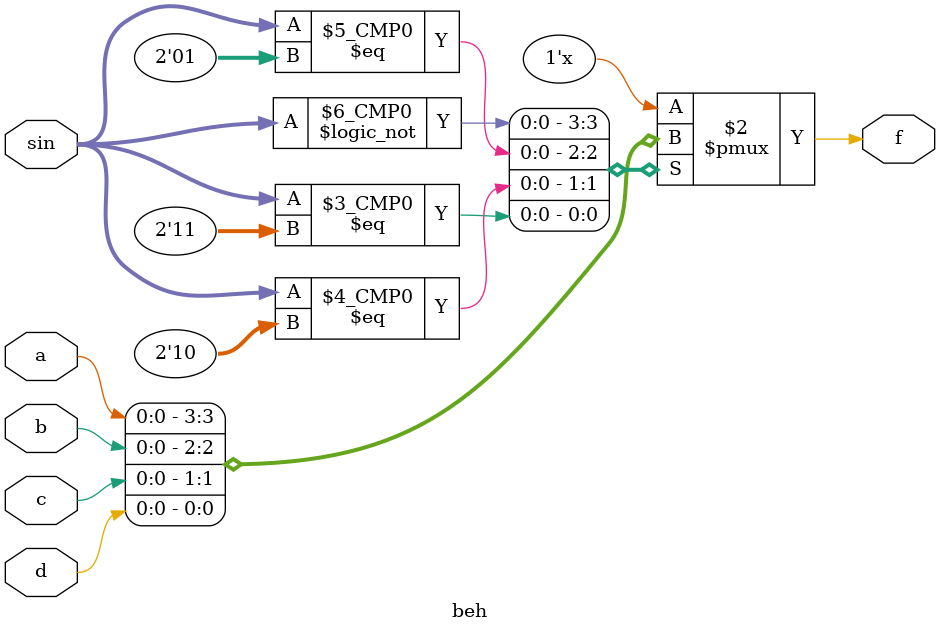
<source format=v>
`timescale 1ns / 1ps
module beh(
    input a,
    input b,
    input c,
    input d,
    input [1:0] sin,
    output reg f
    );

	always@(*)
	begin
		case (sin)
			2'b00 : f=a;
			2'b01 : f=b;
			2'b10 : f=c;
			2'b11 : f=d;
			default f=0;
		endcase
	end
endmodule

</source>
